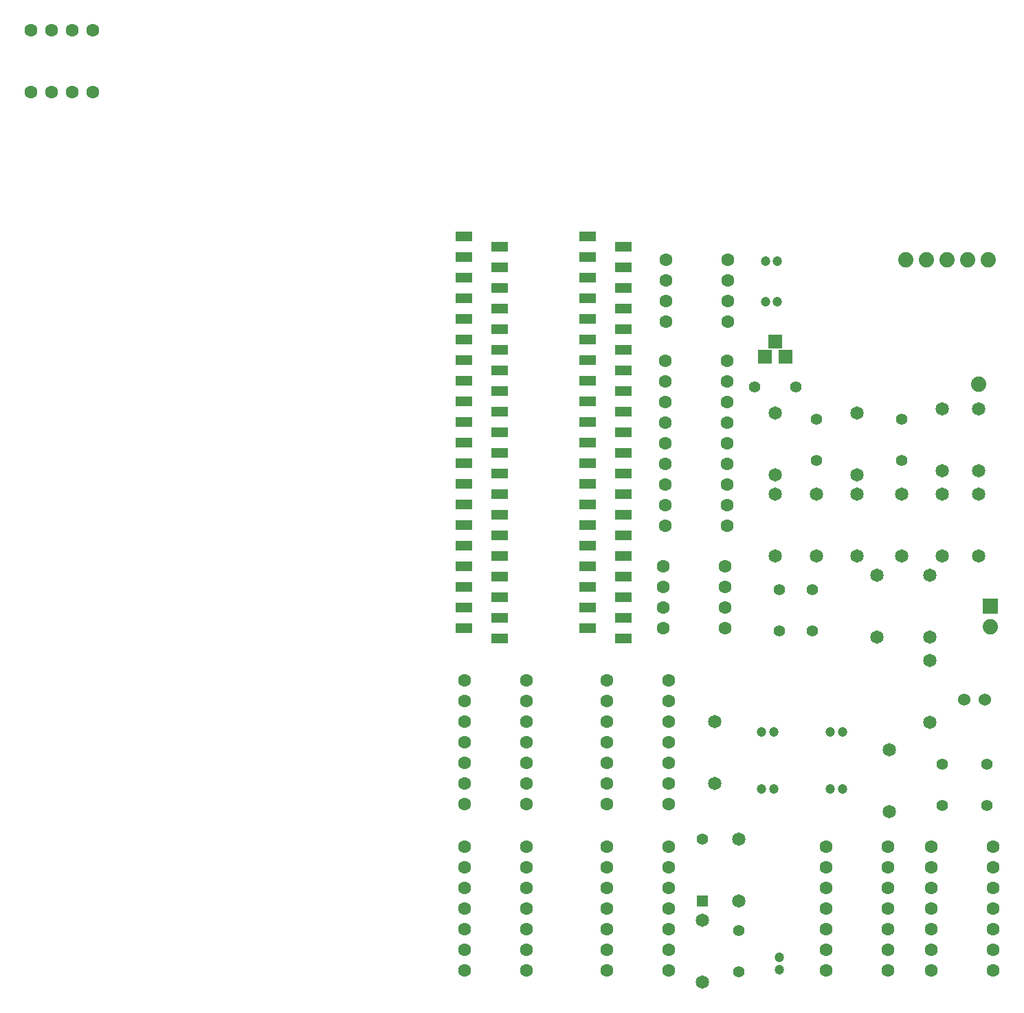
<source format=gtp>
%TF.GenerationSoftware,KiCad,Pcbnew,5.1.12-1.fc35*%
%TF.CreationDate,2022-01-17T09:06:34+01:00*%
%TF.ProjectId,PCB_F4 FMPAC_DIP_IMPRIMIR DEFINITIU copy_2021-07-27,5043425f-4634-4204-964d-5041435f4449,rev?*%
%TF.SameCoordinates,Original*%
%TF.FileFunction,Paste,Top*%
%TF.FilePolarity,Positive*%
%FSLAX46Y46*%
G04 Gerber Fmt 4.6, Leading zero omitted, Abs format (unit mm)*
G04 Created by KiCad (PCBNEW 5.1.12-1.fc35) date 2022-01-17 09:06:34*
%MOMM*%
%LPD*%
G01*
G04 APERTURE LIST*
%ADD10C,1.880000*%
%ADD11C,1.600000*%
%ADD12R,2.159000X1.199000*%
%ADD13R,1.676000X1.676000*%
%ADD14C,1.524000*%
%ADD15C,1.200000*%
%ADD16C,1.651000*%
%ADD17C,1.397000*%
%ADD18R,1.397000X1.397000*%
%ADD19R,1.880000X1.880000*%
G04 APERTURE END LIST*
D10*
%TO.C,SLT*%
X189232000Y-78983000D03*
%TD*%
D11*
%TO.C,MCP6281*%
X150673000Y-63642000D03*
X150673000Y-66182000D03*
X150673000Y-68722000D03*
X150673000Y-71262000D03*
X158293000Y-71262000D03*
X158293000Y-68722000D03*
X158293000Y-66182000D03*
X158293000Y-63642000D03*
%TD*%
D12*
%TO.C,MOTHERBOARD_Z80_SOCKET*%
X130162000Y-87404000D03*
X145402000Y-87404000D03*
X130162000Y-89944000D03*
X130162000Y-92484000D03*
X130162000Y-95024000D03*
X130162000Y-97564000D03*
X130162000Y-100104000D03*
X130162000Y-102644000D03*
X130162000Y-105184000D03*
X130162000Y-107724000D03*
X130162000Y-110264000D03*
X145402000Y-89944000D03*
X145402000Y-92484000D03*
X145402000Y-95024000D03*
X145402000Y-97564000D03*
X145402000Y-100104000D03*
X145402000Y-102644000D03*
X145402000Y-105184000D03*
X145402000Y-107724000D03*
X145402000Y-110264000D03*
X130162000Y-84864000D03*
X130162000Y-82324000D03*
X130162000Y-79784000D03*
X130162000Y-77244000D03*
X130162000Y-74704000D03*
X130162000Y-72164000D03*
X130162000Y-69624000D03*
X130162000Y-67084000D03*
X130162000Y-64544000D03*
X130162000Y-62004000D03*
X145402000Y-84864000D03*
X145402000Y-82324000D03*
X145402000Y-79784000D03*
X145402000Y-77244000D03*
X145402000Y-74704000D03*
X145402000Y-72164000D03*
X145402000Y-69624000D03*
X145402000Y-67084000D03*
X145402000Y-64544000D03*
X145402000Y-62004000D03*
%TD*%
D11*
%TO.C,YM2413*%
X150622000Y-76093000D03*
X150622000Y-78633000D03*
X150622000Y-86253000D03*
X150622000Y-88793000D03*
X150622000Y-81173000D03*
X150622000Y-83713000D03*
X150622000Y-91333000D03*
X150622000Y-93873000D03*
X158242000Y-93873000D03*
X158242000Y-91333000D03*
X158242000Y-88793000D03*
X158242000Y-86253000D03*
X158242000Y-83713000D03*
X158242000Y-81173000D03*
X158242000Y-78633000D03*
X158242000Y-76093000D03*
X150622000Y-96413000D03*
X158242000Y-96413000D03*
%TD*%
%TO.C,LM4558N*%
X150373000Y-101443000D03*
X150373000Y-103983000D03*
X150373000Y-106523000D03*
X150373000Y-109063000D03*
X157993000Y-109063000D03*
X157993000Y-106523000D03*
X157993000Y-103983000D03*
X157993000Y-101443000D03*
%TD*%
D12*
%TO.C,Z80_CPU*%
X125763000Y-86152000D03*
X141003000Y-86152000D03*
X125763000Y-88692000D03*
X125763000Y-91232000D03*
X125763000Y-93772000D03*
X125763000Y-96312000D03*
X125763000Y-98852000D03*
X125763000Y-101392000D03*
X125763000Y-103932000D03*
X125763000Y-106472000D03*
X125763000Y-109012000D03*
X141003000Y-88692000D03*
X141003000Y-91232000D03*
X141003000Y-93772000D03*
X141003000Y-96312000D03*
X141003000Y-98852000D03*
X141003000Y-101392000D03*
X141003000Y-103932000D03*
X141003000Y-106472000D03*
X141003000Y-109012000D03*
X125763000Y-83612000D03*
X125763000Y-81072000D03*
X125763000Y-78532000D03*
X125763000Y-75992000D03*
X125763000Y-73452000D03*
X125763000Y-70912000D03*
X125763000Y-68372000D03*
X125763000Y-65832000D03*
X125763000Y-63292000D03*
X125763000Y-60752000D03*
X141003000Y-83612000D03*
X141003000Y-81072000D03*
X141003000Y-78532000D03*
X141003000Y-75992000D03*
X141003000Y-73452000D03*
X141003000Y-70912000D03*
X141003000Y-68372000D03*
X141003000Y-65832000D03*
X141003000Y-63292000D03*
X141003000Y-60752000D03*
%TD*%
D10*
%TO.C,DC-DC_5V_+-12V*%
X187856000Y-63612000D03*
X185316000Y-63612000D03*
X190396000Y-63612000D03*
X182776000Y-63612000D03*
X180236000Y-63612000D03*
%TD*%
D13*
%TO.C,VREG1*%
X162912000Y-75586000D03*
X164182000Y-73681000D03*
X165452000Y-75586000D03*
%TD*%
D11*
%TO.C,U2*%
X72442000Y-42993000D03*
X74982000Y-42993000D03*
X77522000Y-42993000D03*
X80062000Y-42993000D03*
X80062000Y-35373000D03*
X77522000Y-35373000D03*
X74982000Y-35373000D03*
X72442000Y-35373000D03*
%TD*%
D14*
%TO.C,LED1*%
X189952000Y-117833000D03*
X187412000Y-117833000D03*
%TD*%
D11*
%TO.C,IC7*%
X133492000Y-130723000D03*
X133492000Y-128183000D03*
X133492000Y-120563000D03*
X133492000Y-118023000D03*
X133492000Y-125643000D03*
X133492000Y-123103000D03*
X133492000Y-115483000D03*
X125872000Y-115483000D03*
X125872000Y-118023000D03*
X125872000Y-120563000D03*
X125872000Y-123103000D03*
X125872000Y-125643000D03*
X125872000Y-128183000D03*
X125872000Y-130723000D03*
%TD*%
%TO.C,IC3*%
X190992000Y-151223000D03*
X190992000Y-148683000D03*
X190992000Y-141063000D03*
X190992000Y-138523000D03*
X190992000Y-146143000D03*
X190992000Y-143603000D03*
X190992000Y-135983000D03*
X183372000Y-135983000D03*
X183372000Y-138523000D03*
X183372000Y-141063000D03*
X183372000Y-143603000D03*
X183372000Y-146143000D03*
X183372000Y-148683000D03*
X183372000Y-151223000D03*
%TD*%
%TO.C,IC6*%
X150992000Y-130723000D03*
X150992000Y-128183000D03*
X150992000Y-120563000D03*
X150992000Y-118023000D03*
X150992000Y-125643000D03*
X150992000Y-123103000D03*
X150992000Y-115483000D03*
X143372000Y-115483000D03*
X143372000Y-118023000D03*
X143372000Y-120563000D03*
X143372000Y-123103000D03*
X143372000Y-125643000D03*
X143372000Y-128183000D03*
X143372000Y-130723000D03*
%TD*%
%TO.C,IC8*%
X150992000Y-151223000D03*
X150992000Y-148683000D03*
X150992000Y-141063000D03*
X150992000Y-138523000D03*
X150992000Y-146143000D03*
X150992000Y-143603000D03*
X150992000Y-135983000D03*
X143372000Y-135983000D03*
X143372000Y-138523000D03*
X143372000Y-141063000D03*
X143372000Y-143603000D03*
X143372000Y-146143000D03*
X143372000Y-148683000D03*
X143372000Y-151223000D03*
%TD*%
%TO.C,IC9*%
X133492000Y-151223000D03*
X133492000Y-148683000D03*
X133492000Y-141063000D03*
X133492000Y-138523000D03*
X133492000Y-146143000D03*
X133492000Y-143603000D03*
X133492000Y-135983000D03*
X125872000Y-135983000D03*
X125872000Y-138523000D03*
X125872000Y-141063000D03*
X125872000Y-143603000D03*
X125872000Y-146143000D03*
X125872000Y-148683000D03*
X125872000Y-151223000D03*
%TD*%
%TO.C,IC2*%
X177992000Y-151223000D03*
X177992000Y-148683000D03*
X177992000Y-141063000D03*
X177992000Y-138523000D03*
X177992000Y-146143000D03*
X177992000Y-143603000D03*
X177992000Y-135983000D03*
X170372000Y-135983000D03*
X170372000Y-138523000D03*
X170372000Y-141063000D03*
X170372000Y-143603000D03*
X170372000Y-146143000D03*
X170372000Y-148683000D03*
X170372000Y-151223000D03*
%TD*%
D15*
%TO.C,C1*%
X162431000Y-128833000D03*
X163933000Y-128833000D03*
%TD*%
D16*
%TO.C,R11*%
X178182000Y-124023000D03*
X178182000Y-131643000D03*
%TD*%
%TO.C,R13*%
X176682000Y-102523000D03*
X176682000Y-110143000D03*
%TD*%
%TO.C,R3*%
X156682000Y-128143000D03*
X156682000Y-120523000D03*
%TD*%
%TO.C,R2*%
X184682000Y-89643000D03*
X184682000Y-82023000D03*
%TD*%
%TO.C,R1*%
X164182000Y-92523000D03*
X164182000Y-100143000D03*
%TD*%
%TO.C,R4*%
X164182000Y-82523000D03*
X164182000Y-90143000D03*
%TD*%
%TO.C,R5*%
X179682000Y-92523000D03*
X179682000Y-100143000D03*
%TD*%
%TO.C,R6*%
X174182000Y-100143000D03*
X174182000Y-92523000D03*
%TD*%
%TO.C,R7*%
X189182000Y-100143000D03*
X189182000Y-92523000D03*
%TD*%
%TO.C,R8*%
X184682000Y-100143000D03*
X184682000Y-92523000D03*
%TD*%
%TO.C,R9*%
X169182000Y-92523000D03*
X169182000Y-100143000D03*
%TD*%
%TO.C,R10*%
X174182000Y-90143000D03*
X174182000Y-82523000D03*
%TD*%
%TO.C,R14*%
X155182000Y-152643000D03*
X155182000Y-145023000D03*
%TD*%
%TO.C,R15*%
X159682000Y-142643000D03*
X159682000Y-135023000D03*
%TD*%
%TO.C,R12*%
X183182000Y-110143000D03*
X183182000Y-102523000D03*
%TD*%
%TO.C,R18*%
X189182000Y-89643000D03*
X189182000Y-82023000D03*
%TD*%
%TO.C,R16*%
X183182000Y-113023000D03*
X183182000Y-120643000D03*
%TD*%
D15*
%TO.C,C5*%
X164433000Y-68833000D03*
X162932000Y-68833000D03*
%TD*%
%TO.C,C6*%
X164432000Y-63833000D03*
X162931000Y-63833000D03*
%TD*%
%TO.C,C2*%
X162431000Y-121833000D03*
X163933000Y-121833000D03*
%TD*%
D17*
%TO.C,C3*%
X179682000Y-83293000D03*
X179682000Y-88373000D03*
%TD*%
%TO.C,C4*%
X169182000Y-83293000D03*
X169182000Y-88373000D03*
%TD*%
D15*
%TO.C,C7*%
X170931000Y-121833000D03*
X172432000Y-121833000D03*
%TD*%
%TO.C,C9*%
X164682000Y-151084000D03*
X164682000Y-149582000D03*
%TD*%
D17*
%TO.C,C11*%
X159682000Y-146293000D03*
X159682000Y-151373000D03*
%TD*%
D15*
%TO.C,C12*%
X170932000Y-128833000D03*
X172433000Y-128833000D03*
%TD*%
D17*
%TO.C,C14*%
X168682000Y-109373000D03*
X168682000Y-104293000D03*
%TD*%
%TO.C,C8*%
X161642000Y-79333000D03*
X166722000Y-79333000D03*
%TD*%
%TO.C,C16*%
X164682000Y-109373000D03*
X164682000Y-104293000D03*
%TD*%
%TO.C,C10*%
X190182000Y-125793000D03*
X190182000Y-130873000D03*
%TD*%
%TO.C,C13*%
X184682000Y-125793000D03*
X184682000Y-130873000D03*
%TD*%
%TO.C,D2*%
X155182000Y-135023000D03*
D18*
X155182000Y-142643000D03*
%TD*%
D10*
%TO.C,SJ3*%
X190682000Y-108873000D03*
D19*
X190682000Y-106333000D03*
%TD*%
M02*

</source>
